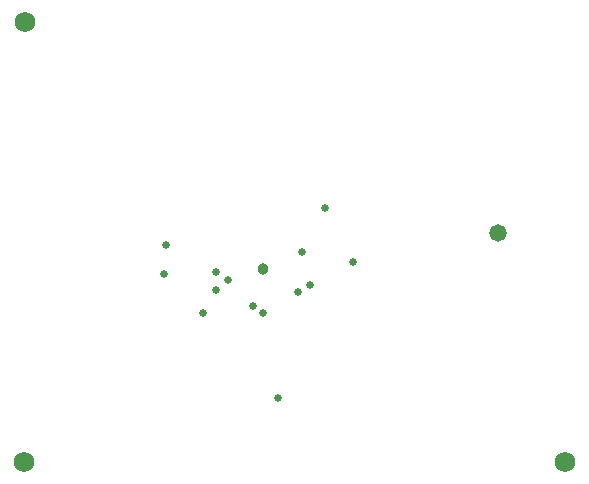
<source format=gbs>
G04*
G04 #@! TF.GenerationSoftware,Altium Limited,Altium Designer,20.2.4 (192)*
G04*
G04 Layer_Color=16711935*
%FSLAX24Y24*%
%MOIN*%
G70*
G04*
G04 #@! TF.SameCoordinates,5BCF1839-4794-4958-B018-1AD1511920B9*
G04*
G04*
G04 #@! TF.FilePolarity,Negative*
G04*
G01*
G75*
%ADD43C,0.0680*%
%ADD44C,0.0260*%
%ADD45C,0.0380*%
%ADD46C,0.0580*%
D43*
X18830Y850D02*
D03*
X810D02*
D03*
X850Y15540D02*
D03*
D44*
X10330Y6755D02*
D03*
X10840Y9310D02*
D03*
X5550Y8080D02*
D03*
X5470Y7110D02*
D03*
X10060Y7850D02*
D03*
X9940Y6520D02*
D03*
X11780Y7510D02*
D03*
X6760Y5830D02*
D03*
X8432Y6075D02*
D03*
X8760Y5820D02*
D03*
X7200Y6600D02*
D03*
Y7180D02*
D03*
X7600Y6940D02*
D03*
X9270Y2990D02*
D03*
D45*
X8760Y7280D02*
D03*
D46*
X16598Y8500D02*
D03*
M02*

</source>
